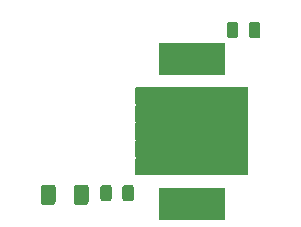
<source format=gbr>
G04 #@! TF.GenerationSoftware,KiCad,Pcbnew,5.1.9-73d0e3b20d~88~ubuntu20.04.1*
G04 #@! TF.CreationDate,2021-02-03T01:27:43+08:00*
G04 #@! TF.ProjectId,ic7000_drive,69633730-3030-45f6-9472-6976652e6b69,B*
G04 #@! TF.SameCoordinates,Original*
G04 #@! TF.FileFunction,Paste,Top*
G04 #@! TF.FilePolarity,Positive*
%FSLAX46Y46*%
G04 Gerber Fmt 4.6, Leading zero omitted, Abs format (unit mm)*
G04 Created by KiCad (PCBNEW 5.1.9-73d0e3b20d~88~ubuntu20.04.1) date 2021-02-03 01:27:43*
%MOMM*%
%LPD*%
G01*
G04 APERTURE LIST*
%ADD10C,0.152400*%
%ADD11R,9.601200X7.493000*%
%ADD12R,5.688800X2.775699*%
G04 APERTURE END LIST*
D10*
X119299400Y-69746500D02*
X120471000Y-69746500D01*
X120471000Y-69746500D02*
X120471000Y-68447900D01*
X120471000Y-68447900D02*
X119299400Y-68447900D01*
X119299400Y-68447900D02*
X119299400Y-69746500D01*
X120671000Y-69746500D02*
X121842600Y-69746500D01*
X121842600Y-69746500D02*
X121842600Y-68447900D01*
X121842600Y-68447900D02*
X120671000Y-68447900D01*
X120671000Y-68447900D02*
X120671000Y-69746500D01*
X122042600Y-69746500D02*
X123214200Y-69746500D01*
X123214200Y-69746500D02*
X123214200Y-68447900D01*
X123214200Y-68447900D02*
X122042600Y-68447900D01*
X122042600Y-68447900D02*
X122042600Y-69746500D01*
X123414200Y-69746500D02*
X124585800Y-69746500D01*
X124585800Y-69746500D02*
X124585800Y-68447900D01*
X124585800Y-68447900D02*
X123414200Y-68447900D01*
X123414200Y-68447900D02*
X123414200Y-69746500D01*
X124785800Y-69746500D02*
X125957400Y-69746500D01*
X125957400Y-69746500D02*
X125957400Y-68447900D01*
X125957400Y-68447900D02*
X124785800Y-68447900D01*
X124785800Y-68447900D02*
X124785800Y-69746500D01*
X126157400Y-69746500D02*
X127329000Y-69746500D01*
X127329000Y-69746500D02*
X127329000Y-68447900D01*
X127329000Y-68447900D02*
X126157400Y-68447900D01*
X126157400Y-68447900D02*
X126157400Y-69746500D01*
X127529000Y-69746500D02*
X128700600Y-69746500D01*
X128700600Y-69746500D02*
X128700600Y-68447900D01*
X128700600Y-68447900D02*
X127529000Y-68447900D01*
X127529000Y-68447900D02*
X127529000Y-69746500D01*
X119299400Y-68247900D02*
X120471000Y-68247900D01*
X120471000Y-68247900D02*
X120471000Y-66949300D01*
X120471000Y-66949300D02*
X119299400Y-66949300D01*
X119299400Y-66949300D02*
X119299400Y-68247900D01*
X120671000Y-68247900D02*
X121842600Y-68247900D01*
X121842600Y-68247900D02*
X121842600Y-66949300D01*
X121842600Y-66949300D02*
X120671000Y-66949300D01*
X120671000Y-66949300D02*
X120671000Y-68247900D01*
X122042600Y-68247900D02*
X123214200Y-68247900D01*
X123214200Y-68247900D02*
X123214200Y-66949300D01*
X123214200Y-66949300D02*
X122042600Y-66949300D01*
X122042600Y-66949300D02*
X122042600Y-68247900D01*
X123414200Y-68247900D02*
X124585800Y-68247900D01*
X124585800Y-68247900D02*
X124585800Y-66949300D01*
X124585800Y-66949300D02*
X123414200Y-66949300D01*
X123414200Y-66949300D02*
X123414200Y-68247900D01*
X124785800Y-68247900D02*
X125957400Y-68247900D01*
X125957400Y-68247900D02*
X125957400Y-66949300D01*
X125957400Y-66949300D02*
X124785800Y-66949300D01*
X124785800Y-66949300D02*
X124785800Y-68247900D01*
X126157400Y-68247900D02*
X127329000Y-68247900D01*
X127329000Y-68247900D02*
X127329000Y-66949300D01*
X127329000Y-66949300D02*
X126157400Y-66949300D01*
X126157400Y-66949300D02*
X126157400Y-68247900D01*
X127529000Y-68247900D02*
X128700600Y-68247900D01*
X128700600Y-68247900D02*
X128700600Y-66949300D01*
X128700600Y-66949300D02*
X127529000Y-66949300D01*
X127529000Y-66949300D02*
X127529000Y-68247900D01*
X119299400Y-66749300D02*
X120471000Y-66749300D01*
X120471000Y-66749300D02*
X120471000Y-65450700D01*
X120471000Y-65450700D02*
X119299400Y-65450700D01*
X119299400Y-65450700D02*
X119299400Y-66749300D01*
X120671000Y-66749300D02*
X121842600Y-66749300D01*
X121842600Y-66749300D02*
X121842600Y-65450700D01*
X121842600Y-65450700D02*
X120671000Y-65450700D01*
X120671000Y-65450700D02*
X120671000Y-66749300D01*
X122042600Y-66749300D02*
X123214200Y-66749300D01*
X123214200Y-66749300D02*
X123214200Y-65450700D01*
X123214200Y-65450700D02*
X122042600Y-65450700D01*
X122042600Y-65450700D02*
X122042600Y-66749300D01*
X123414200Y-66749300D02*
X124585800Y-66749300D01*
X124585800Y-66749300D02*
X124585800Y-65450700D01*
X124585800Y-65450700D02*
X123414200Y-65450700D01*
X123414200Y-65450700D02*
X123414200Y-66749300D01*
X124785800Y-66749300D02*
X125957400Y-66749300D01*
X125957400Y-66749300D02*
X125957400Y-65450700D01*
X125957400Y-65450700D02*
X124785800Y-65450700D01*
X124785800Y-65450700D02*
X124785800Y-66749300D01*
X126157400Y-66749300D02*
X127329000Y-66749300D01*
X127329000Y-66749300D02*
X127329000Y-65450700D01*
X127329000Y-65450700D02*
X126157400Y-65450700D01*
X126157400Y-65450700D02*
X126157400Y-66749300D01*
X127529000Y-66749300D02*
X128700600Y-66749300D01*
X128700600Y-66749300D02*
X128700600Y-65450700D01*
X128700600Y-65450700D02*
X127529000Y-65450700D01*
X127529000Y-65450700D02*
X127529000Y-66749300D01*
X119299400Y-65250700D02*
X120471000Y-65250700D01*
X120471000Y-65250700D02*
X120471000Y-63952100D01*
X120471000Y-63952100D02*
X119299400Y-63952100D01*
X119299400Y-63952100D02*
X119299400Y-65250700D01*
X120671000Y-65250700D02*
X121842600Y-65250700D01*
X121842600Y-65250700D02*
X121842600Y-63952100D01*
X121842600Y-63952100D02*
X120671000Y-63952100D01*
X120671000Y-63952100D02*
X120671000Y-65250700D01*
X122042600Y-65250700D02*
X123214200Y-65250700D01*
X123214200Y-65250700D02*
X123214200Y-63952100D01*
X123214200Y-63952100D02*
X122042600Y-63952100D01*
X122042600Y-63952100D02*
X122042600Y-65250700D01*
X123414200Y-65250700D02*
X124585800Y-65250700D01*
X124585800Y-65250700D02*
X124585800Y-63952100D01*
X124585800Y-63952100D02*
X123414200Y-63952100D01*
X123414200Y-63952100D02*
X123414200Y-65250700D01*
X124785800Y-65250700D02*
X125957400Y-65250700D01*
X125957400Y-65250700D02*
X125957400Y-63952100D01*
X125957400Y-63952100D02*
X124785800Y-63952100D01*
X124785800Y-63952100D02*
X124785800Y-65250700D01*
X126157400Y-65250700D02*
X127329000Y-65250700D01*
X127329000Y-65250700D02*
X127329000Y-63952100D01*
X127329000Y-63952100D02*
X126157400Y-63952100D01*
X126157400Y-63952100D02*
X126157400Y-65250700D01*
X127529000Y-65250700D02*
X128700600Y-65250700D01*
X128700600Y-65250700D02*
X128700600Y-63952100D01*
X128700600Y-63952100D02*
X127529000Y-63952100D01*
X127529000Y-63952100D02*
X127529000Y-65250700D01*
X119299400Y-63752100D02*
X120471000Y-63752100D01*
X120471000Y-63752100D02*
X120471000Y-62453500D01*
X120471000Y-62453500D02*
X119299400Y-62453500D01*
X119299400Y-62453500D02*
X119299400Y-63752100D01*
X120671000Y-63752100D02*
X121842600Y-63752100D01*
X121842600Y-63752100D02*
X121842600Y-62453500D01*
X121842600Y-62453500D02*
X120671000Y-62453500D01*
X120671000Y-62453500D02*
X120671000Y-63752100D01*
X122042600Y-63752100D02*
X123214200Y-63752100D01*
X123214200Y-63752100D02*
X123214200Y-62453500D01*
X123214200Y-62453500D02*
X122042600Y-62453500D01*
X122042600Y-62453500D02*
X122042600Y-63752100D01*
X123414200Y-63752100D02*
X124585800Y-63752100D01*
X124585800Y-63752100D02*
X124585800Y-62453500D01*
X124585800Y-62453500D02*
X123414200Y-62453500D01*
X123414200Y-62453500D02*
X123414200Y-63752100D01*
X124785800Y-63752100D02*
X125957400Y-63752100D01*
X125957400Y-63752100D02*
X125957400Y-62453500D01*
X125957400Y-62453500D02*
X124785800Y-62453500D01*
X124785800Y-62453500D02*
X124785800Y-63752100D01*
X126157400Y-63752100D02*
X127329000Y-63752100D01*
X127329000Y-63752100D02*
X127329000Y-62453500D01*
X127329000Y-62453500D02*
X126157400Y-62453500D01*
X126157400Y-62453500D02*
X126157400Y-63752100D01*
X127529000Y-63752100D02*
X128700600Y-63752100D01*
X128700600Y-63752100D02*
X128700600Y-62453500D01*
X128700600Y-62453500D02*
X127529000Y-62453500D01*
X127529000Y-62453500D02*
X127529000Y-63752100D01*
D11*
X124000000Y-66100000D03*
D12*
X124000000Y-59962349D03*
X124000000Y-72237651D03*
G36*
G01*
X118137500Y-71806250D02*
X118137500Y-70893750D01*
G75*
G02*
X118381250Y-70650000I243750J0D01*
G01*
X118868750Y-70650000D01*
G75*
G02*
X119112500Y-70893750I0J-243750D01*
G01*
X119112500Y-71806250D01*
G75*
G02*
X118868750Y-72050000I-243750J0D01*
G01*
X118381250Y-72050000D01*
G75*
G02*
X118137500Y-71806250I0J243750D01*
G01*
G37*
G36*
G01*
X116262500Y-71806250D02*
X116262500Y-70893750D01*
G75*
G02*
X116506250Y-70650000I243750J0D01*
G01*
X116993750Y-70650000D01*
G75*
G02*
X117237500Y-70893750I0J-243750D01*
G01*
X117237500Y-71806250D01*
G75*
G02*
X116993750Y-72050000I-243750J0D01*
G01*
X116506250Y-72050000D01*
G75*
G02*
X116262500Y-71806250I0J243750D01*
G01*
G37*
G36*
G01*
X112475000Y-70875000D02*
X112475000Y-72125000D01*
G75*
G02*
X112225000Y-72375000I-250000J0D01*
G01*
X111475000Y-72375000D01*
G75*
G02*
X111225000Y-72125000I0J250000D01*
G01*
X111225000Y-70875000D01*
G75*
G02*
X111475000Y-70625000I250000J0D01*
G01*
X112225000Y-70625000D01*
G75*
G02*
X112475000Y-70875000I0J-250000D01*
G01*
G37*
G36*
G01*
X115275000Y-70875000D02*
X115275000Y-72125000D01*
G75*
G02*
X115025000Y-72375000I-250000J0D01*
G01*
X114275000Y-72375000D01*
G75*
G02*
X114025000Y-72125000I0J250000D01*
G01*
X114025000Y-70875000D01*
G75*
G02*
X114275000Y-70625000I250000J0D01*
G01*
X115025000Y-70625000D01*
G75*
G02*
X115275000Y-70875000I0J-250000D01*
G01*
G37*
G36*
G01*
X127950000Y-57093750D02*
X127950000Y-58006250D01*
G75*
G02*
X127706250Y-58250000I-243750J0D01*
G01*
X127218750Y-58250000D01*
G75*
G02*
X126975000Y-58006250I0J243750D01*
G01*
X126975000Y-57093750D01*
G75*
G02*
X127218750Y-56850000I243750J0D01*
G01*
X127706250Y-56850000D01*
G75*
G02*
X127950000Y-57093750I0J-243750D01*
G01*
G37*
G36*
G01*
X129825000Y-57093750D02*
X129825000Y-58006250D01*
G75*
G02*
X129581250Y-58250000I-243750J0D01*
G01*
X129093750Y-58250000D01*
G75*
G02*
X128850000Y-58006250I0J243750D01*
G01*
X128850000Y-57093750D01*
G75*
G02*
X129093750Y-56850000I243750J0D01*
G01*
X129581250Y-56850000D01*
G75*
G02*
X129825000Y-57093750I0J-243750D01*
G01*
G37*
M02*

</source>
